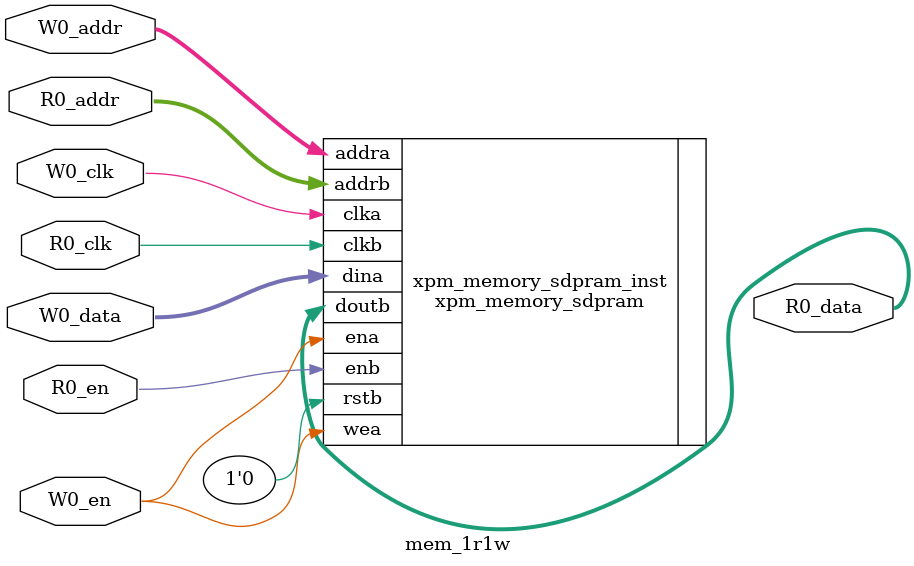
<source format=v>
module mem_1r1w (
  input [4:0] R0_addr,
  input R0_en,
  input R0_clk,
  output [63:0] R0_data,
  input [4:0] W0_addr,
  input W0_en,
  input W0_clk,
  input [63:0] W0_data
);
  xpm_memory_sdpram #(
    .ADDR_WIDTH_A(5),
    .ADDR_WIDTH_B(5),
    .BYTE_WRITE_WIDTH_A(64),
    .MEMORY_SIZE(2048),
    .READ_DATA_WIDTH_B(64),
    .READ_LATENCY_B(1),
    .WRITE_DATA_WIDTH_A(64)
  ) xpm_memory_sdpram_inst (
    .dina(W0_data),
    .addra(W0_addr),
    .ena(W0_en),
    .wea(W0_en),
    .clka(W0_clk),
    .addrb(R0_addr),
    .clkb(R0_clk),
    .enb(R0_en),
    .doutb(R0_data),
    .rstb(1'b0),
  );
endmodule

</source>
